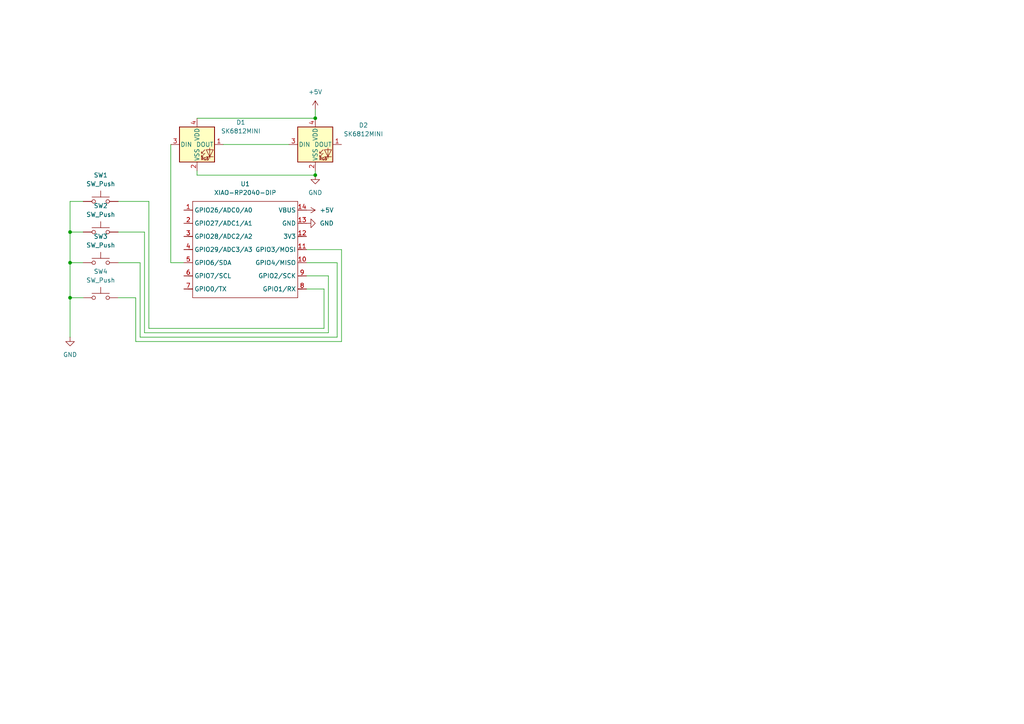
<source format=kicad_sch>
(kicad_sch
	(version 20250114)
	(generator "eeschema")
	(generator_version "9.0")
	(uuid "d9a4ffc4-cec7-48c4-86f8-a8a897b2a263")
	(paper "A4")
	(lib_symbols
		(symbol "LED:SK6812MINI"
			(pin_names
				(offset 0.254)
			)
			(exclude_from_sim no)
			(in_bom yes)
			(on_board yes)
			(property "Reference" "D"
				(at 5.08 5.715 0)
				(effects
					(font
						(size 1.27 1.27)
					)
					(justify right bottom)
				)
			)
			(property "Value" "SK6812MINI"
				(at 1.27 -5.715 0)
				(effects
					(font
						(size 1.27 1.27)
					)
					(justify left top)
				)
			)
			(property "Footprint" "LED_SMD:LED_SK6812MINI_PLCC4_3.5x3.5mm_P1.75mm"
				(at 1.27 -7.62 0)
				(effects
					(font
						(size 1.27 1.27)
					)
					(justify left top)
					(hide yes)
				)
			)
			(property "Datasheet" "https://cdn-shop.adafruit.com/product-files/2686/SK6812MINI_REV.01-1-2.pdf"
				(at 2.54 -9.525 0)
				(effects
					(font
						(size 1.27 1.27)
					)
					(justify left top)
					(hide yes)
				)
			)
			(property "Description" "RGB LED with integrated controller"
				(at 0 0 0)
				(effects
					(font
						(size 1.27 1.27)
					)
					(hide yes)
				)
			)
			(property "ki_keywords" "RGB LED NeoPixel Mini addressable"
				(at 0 0 0)
				(effects
					(font
						(size 1.27 1.27)
					)
					(hide yes)
				)
			)
			(property "ki_fp_filters" "LED*SK6812MINI*PLCC*3.5x3.5mm*P1.75mm*"
				(at 0 0 0)
				(effects
					(font
						(size 1.27 1.27)
					)
					(hide yes)
				)
			)
			(symbol "SK6812MINI_0_0"
				(text "RGB"
					(at 2.286 -4.191 0)
					(effects
						(font
							(size 0.762 0.762)
						)
					)
				)
			)
			(symbol "SK6812MINI_0_1"
				(polyline
					(pts
						(xy 1.27 -2.54) (xy 1.778 -2.54)
					)
					(stroke
						(width 0)
						(type default)
					)
					(fill
						(type none)
					)
				)
				(polyline
					(pts
						(xy 1.27 -3.556) (xy 1.778 -3.556)
					)
					(stroke
						(width 0)
						(type default)
					)
					(fill
						(type none)
					)
				)
				(polyline
					(pts
						(xy 2.286 -1.524) (xy 1.27 -2.54) (xy 1.27 -2.032)
					)
					(stroke
						(width 0)
						(type default)
					)
					(fill
						(type none)
					)
				)
				(polyline
					(pts
						(xy 2.286 -2.54) (xy 1.27 -3.556) (xy 1.27 -3.048)
					)
					(stroke
						(width 0)
						(type default)
					)
					(fill
						(type none)
					)
				)
				(polyline
					(pts
						(xy 3.683 -1.016) (xy 3.683 -3.556) (xy 3.683 -4.064)
					)
					(stroke
						(width 0)
						(type default)
					)
					(fill
						(type none)
					)
				)
				(polyline
					(pts
						(xy 4.699 -1.524) (xy 2.667 -1.524) (xy 3.683 -3.556) (xy 4.699 -1.524)
					)
					(stroke
						(width 0)
						(type default)
					)
					(fill
						(type none)
					)
				)
				(polyline
					(pts
						(xy 4.699 -3.556) (xy 2.667 -3.556)
					)
					(stroke
						(width 0)
						(type default)
					)
					(fill
						(type none)
					)
				)
				(rectangle
					(start 5.08 5.08)
					(end -5.08 -5.08)
					(stroke
						(width 0.254)
						(type default)
					)
					(fill
						(type background)
					)
				)
			)
			(symbol "SK6812MINI_1_1"
				(pin input line
					(at -7.62 0 0)
					(length 2.54)
					(name "DIN"
						(effects
							(font
								(size 1.27 1.27)
							)
						)
					)
					(number "3"
						(effects
							(font
								(size 1.27 1.27)
							)
						)
					)
				)
				(pin power_in line
					(at 0 7.62 270)
					(length 2.54)
					(name "VDD"
						(effects
							(font
								(size 1.27 1.27)
							)
						)
					)
					(number "4"
						(effects
							(font
								(size 1.27 1.27)
							)
						)
					)
				)
				(pin power_in line
					(at 0 -7.62 90)
					(length 2.54)
					(name "VSS"
						(effects
							(font
								(size 1.27 1.27)
							)
						)
					)
					(number "2"
						(effects
							(font
								(size 1.27 1.27)
							)
						)
					)
				)
				(pin output line
					(at 7.62 0 180)
					(length 2.54)
					(name "DOUT"
						(effects
							(font
								(size 1.27 1.27)
							)
						)
					)
					(number "1"
						(effects
							(font
								(size 1.27 1.27)
							)
						)
					)
				)
			)
			(embedded_fonts no)
		)
		(symbol "OPL Lib:XIAO-RP2040-DIP"
			(exclude_from_sim no)
			(in_bom yes)
			(on_board yes)
			(property "Reference" "U"
				(at 0 0 0)
				(effects
					(font
						(size 1.27 1.27)
					)
				)
			)
			(property "Value" "XIAO-RP2040-DIP"
				(at 5.334 -1.778 0)
				(effects
					(font
						(size 1.27 1.27)
					)
				)
			)
			(property "Footprint" "Module:MOUDLE14P-XIAO-DIP-SMD"
				(at 14.478 -32.258 0)
				(effects
					(font
						(size 1.27 1.27)
					)
					(hide yes)
				)
			)
			(property "Datasheet" ""
				(at 0 0 0)
				(effects
					(font
						(size 1.27 1.27)
					)
					(hide yes)
				)
			)
			(property "Description" ""
				(at 0 0 0)
				(effects
					(font
						(size 1.27 1.27)
					)
					(hide yes)
				)
			)
			(symbol "XIAO-RP2040-DIP_1_0"
				(polyline
					(pts
						(xy -1.27 -2.54) (xy 29.21 -2.54)
					)
					(stroke
						(width 0.1524)
						(type solid)
					)
					(fill
						(type none)
					)
				)
				(polyline
					(pts
						(xy -1.27 -5.08) (xy -2.54 -5.08)
					)
					(stroke
						(width 0.1524)
						(type solid)
					)
					(fill
						(type none)
					)
				)
				(polyline
					(pts
						(xy -1.27 -5.08) (xy -1.27 -2.54)
					)
					(stroke
						(width 0.1524)
						(type solid)
					)
					(fill
						(type none)
					)
				)
				(polyline
					(pts
						(xy -1.27 -8.89) (xy -2.54 -8.89)
					)
					(stroke
						(width 0.1524)
						(type solid)
					)
					(fill
						(type none)
					)
				)
				(polyline
					(pts
						(xy -1.27 -8.89) (xy -1.27 -5.08)
					)
					(stroke
						(width 0.1524)
						(type solid)
					)
					(fill
						(type none)
					)
				)
				(polyline
					(pts
						(xy -1.27 -12.7) (xy -2.54 -12.7)
					)
					(stroke
						(width 0.1524)
						(type solid)
					)
					(fill
						(type none)
					)
				)
				(polyline
					(pts
						(xy -1.27 -12.7) (xy -1.27 -8.89)
					)
					(stroke
						(width 0.1524)
						(type solid)
					)
					(fill
						(type none)
					)
				)
				(polyline
					(pts
						(xy -1.27 -16.51) (xy -2.54 -16.51)
					)
					(stroke
						(width 0.1524)
						(type solid)
					)
					(fill
						(type none)
					)
				)
				(polyline
					(pts
						(xy -1.27 -16.51) (xy -1.27 -12.7)
					)
					(stroke
						(width 0.1524)
						(type solid)
					)
					(fill
						(type none)
					)
				)
				(polyline
					(pts
						(xy -1.27 -20.32) (xy -2.54 -20.32)
					)
					(stroke
						(width 0.1524)
						(type solid)
					)
					(fill
						(type none)
					)
				)
				(polyline
					(pts
						(xy -1.27 -24.13) (xy -2.54 -24.13)
					)
					(stroke
						(width 0.1524)
						(type solid)
					)
					(fill
						(type none)
					)
				)
				(polyline
					(pts
						(xy -1.27 -27.94) (xy -2.54 -27.94)
					)
					(stroke
						(width 0.1524)
						(type solid)
					)
					(fill
						(type none)
					)
				)
				(polyline
					(pts
						(xy -1.27 -30.48) (xy -1.27 -16.51)
					)
					(stroke
						(width 0.1524)
						(type solid)
					)
					(fill
						(type none)
					)
				)
				(polyline
					(pts
						(xy 29.21 -2.54) (xy 29.21 -5.08)
					)
					(stroke
						(width 0.1524)
						(type solid)
					)
					(fill
						(type none)
					)
				)
				(polyline
					(pts
						(xy 29.21 -5.08) (xy 29.21 -8.89)
					)
					(stroke
						(width 0.1524)
						(type solid)
					)
					(fill
						(type none)
					)
				)
				(polyline
					(pts
						(xy 29.21 -8.89) (xy 29.21 -12.7)
					)
					(stroke
						(width 0.1524)
						(type solid)
					)
					(fill
						(type none)
					)
				)
				(polyline
					(pts
						(xy 29.21 -12.7) (xy 29.21 -30.48)
					)
					(stroke
						(width 0.1524)
						(type solid)
					)
					(fill
						(type none)
					)
				)
				(polyline
					(pts
						(xy 29.21 -30.48) (xy -1.27 -30.48)
					)
					(stroke
						(width 0.1524)
						(type solid)
					)
					(fill
						(type none)
					)
				)
				(polyline
					(pts
						(xy 30.48 -5.08) (xy 29.21 -5.08)
					)
					(stroke
						(width 0.1524)
						(type solid)
					)
					(fill
						(type none)
					)
				)
				(polyline
					(pts
						(xy 30.48 -8.89) (xy 29.21 -8.89)
					)
					(stroke
						(width 0.1524)
						(type solid)
					)
					(fill
						(type none)
					)
				)
				(polyline
					(pts
						(xy 30.48 -12.7) (xy 29.21 -12.7)
					)
					(stroke
						(width 0.1524)
						(type solid)
					)
					(fill
						(type none)
					)
				)
				(polyline
					(pts
						(xy 30.48 -16.51) (xy 29.21 -16.51)
					)
					(stroke
						(width 0.1524)
						(type solid)
					)
					(fill
						(type none)
					)
				)
				(polyline
					(pts
						(xy 30.48 -20.32) (xy 29.21 -20.32)
					)
					(stroke
						(width 0.1524)
						(type solid)
					)
					(fill
						(type none)
					)
				)
				(polyline
					(pts
						(xy 30.48 -24.13) (xy 29.21 -24.13)
					)
					(stroke
						(width 0.1524)
						(type solid)
					)
					(fill
						(type none)
					)
				)
				(polyline
					(pts
						(xy 30.48 -27.94) (xy 29.21 -27.94)
					)
					(stroke
						(width 0.1524)
						(type solid)
					)
					(fill
						(type none)
					)
				)
				(pin passive line
					(at -3.81 -5.08 0)
					(length 2.54)
					(name "GPIO26/ADC0/A0"
						(effects
							(font
								(size 1.27 1.27)
							)
						)
					)
					(number "1"
						(effects
							(font
								(size 1.27 1.27)
							)
						)
					)
				)
				(pin passive line
					(at -3.81 -8.89 0)
					(length 2.54)
					(name "GPIO27/ADC1/A1"
						(effects
							(font
								(size 1.27 1.27)
							)
						)
					)
					(number "2"
						(effects
							(font
								(size 1.27 1.27)
							)
						)
					)
				)
				(pin passive line
					(at -3.81 -12.7 0)
					(length 2.54)
					(name "GPIO28/ADC2/A2"
						(effects
							(font
								(size 1.27 1.27)
							)
						)
					)
					(number "3"
						(effects
							(font
								(size 1.27 1.27)
							)
						)
					)
				)
				(pin passive line
					(at -3.81 -16.51 0)
					(length 2.54)
					(name "GPIO29/ADC3/A3"
						(effects
							(font
								(size 1.27 1.27)
							)
						)
					)
					(number "4"
						(effects
							(font
								(size 1.27 1.27)
							)
						)
					)
				)
				(pin passive line
					(at -3.81 -20.32 0)
					(length 2.54)
					(name "GPIO6/SDA"
						(effects
							(font
								(size 1.27 1.27)
							)
						)
					)
					(number "5"
						(effects
							(font
								(size 1.27 1.27)
							)
						)
					)
				)
				(pin passive line
					(at -3.81 -24.13 0)
					(length 2.54)
					(name "GPIO7/SCL"
						(effects
							(font
								(size 1.27 1.27)
							)
						)
					)
					(number "6"
						(effects
							(font
								(size 1.27 1.27)
							)
						)
					)
				)
				(pin passive line
					(at -3.81 -27.94 0)
					(length 2.54)
					(name "GPIO0/TX"
						(effects
							(font
								(size 1.27 1.27)
							)
						)
					)
					(number "7"
						(effects
							(font
								(size 1.27 1.27)
							)
						)
					)
				)
				(pin passive line
					(at 31.75 -5.08 180)
					(length 2.54)
					(name "VBUS"
						(effects
							(font
								(size 1.27 1.27)
							)
						)
					)
					(number "14"
						(effects
							(font
								(size 1.27 1.27)
							)
						)
					)
				)
				(pin passive line
					(at 31.75 -8.89 180)
					(length 2.54)
					(name "GND"
						(effects
							(font
								(size 1.27 1.27)
							)
						)
					)
					(number "13"
						(effects
							(font
								(size 1.27 1.27)
							)
						)
					)
				)
				(pin passive line
					(at 31.75 -12.7 180)
					(length 2.54)
					(name "3V3"
						(effects
							(font
								(size 1.27 1.27)
							)
						)
					)
					(number "12"
						(effects
							(font
								(size 1.27 1.27)
							)
						)
					)
				)
				(pin passive line
					(at 31.75 -16.51 180)
					(length 2.54)
					(name "GPIO3/MOSI"
						(effects
							(font
								(size 1.27 1.27)
							)
						)
					)
					(number "11"
						(effects
							(font
								(size 1.27 1.27)
							)
						)
					)
				)
				(pin passive line
					(at 31.75 -20.32 180)
					(length 2.54)
					(name "GPIO4/MISO"
						(effects
							(font
								(size 1.27 1.27)
							)
						)
					)
					(number "10"
						(effects
							(font
								(size 1.27 1.27)
							)
						)
					)
				)
				(pin passive line
					(at 31.75 -24.13 180)
					(length 2.54)
					(name "GPIO2/SCK"
						(effects
							(font
								(size 1.27 1.27)
							)
						)
					)
					(number "9"
						(effects
							(font
								(size 1.27 1.27)
							)
						)
					)
				)
				(pin passive line
					(at 31.75 -27.94 180)
					(length 2.54)
					(name "GPIO1/RX"
						(effects
							(font
								(size 1.27 1.27)
							)
						)
					)
					(number "8"
						(effects
							(font
								(size 1.27 1.27)
							)
						)
					)
				)
			)
			(embedded_fonts no)
		)
		(symbol "Switch:SW_Push"
			(pin_numbers
				(hide yes)
			)
			(pin_names
				(offset 1.016)
				(hide yes)
			)
			(exclude_from_sim no)
			(in_bom yes)
			(on_board yes)
			(property "Reference" "SW"
				(at 1.27 2.54 0)
				(effects
					(font
						(size 1.27 1.27)
					)
					(justify left)
				)
			)
			(property "Value" "SW_Push"
				(at 0 -1.524 0)
				(effects
					(font
						(size 1.27 1.27)
					)
				)
			)
			(property "Footprint" ""
				(at 0 5.08 0)
				(effects
					(font
						(size 1.27 1.27)
					)
					(hide yes)
				)
			)
			(property "Datasheet" "~"
				(at 0 5.08 0)
				(effects
					(font
						(size 1.27 1.27)
					)
					(hide yes)
				)
			)
			(property "Description" "Push button switch, generic, two pins"
				(at 0 0 0)
				(effects
					(font
						(size 1.27 1.27)
					)
					(hide yes)
				)
			)
			(property "ki_keywords" "switch normally-open pushbutton push-button"
				(at 0 0 0)
				(effects
					(font
						(size 1.27 1.27)
					)
					(hide yes)
				)
			)
			(symbol "SW_Push_0_1"
				(circle
					(center -2.032 0)
					(radius 0.508)
					(stroke
						(width 0)
						(type default)
					)
					(fill
						(type none)
					)
				)
				(polyline
					(pts
						(xy 0 1.27) (xy 0 3.048)
					)
					(stroke
						(width 0)
						(type default)
					)
					(fill
						(type none)
					)
				)
				(circle
					(center 2.032 0)
					(radius 0.508)
					(stroke
						(width 0)
						(type default)
					)
					(fill
						(type none)
					)
				)
				(polyline
					(pts
						(xy 2.54 1.27) (xy -2.54 1.27)
					)
					(stroke
						(width 0)
						(type default)
					)
					(fill
						(type none)
					)
				)
				(pin passive line
					(at -5.08 0 0)
					(length 2.54)
					(name "1"
						(effects
							(font
								(size 1.27 1.27)
							)
						)
					)
					(number "1"
						(effects
							(font
								(size 1.27 1.27)
							)
						)
					)
				)
				(pin passive line
					(at 5.08 0 180)
					(length 2.54)
					(name "2"
						(effects
							(font
								(size 1.27 1.27)
							)
						)
					)
					(number "2"
						(effects
							(font
								(size 1.27 1.27)
							)
						)
					)
				)
			)
			(embedded_fonts no)
		)
		(symbol "power:+5V"
			(power)
			(pin_numbers
				(hide yes)
			)
			(pin_names
				(offset 0)
				(hide yes)
			)
			(exclude_from_sim no)
			(in_bom yes)
			(on_board yes)
			(property "Reference" "#PWR"
				(at 0 -3.81 0)
				(effects
					(font
						(size 1.27 1.27)
					)
					(hide yes)
				)
			)
			(property "Value" "+5V"
				(at 0 3.556 0)
				(effects
					(font
						(size 1.27 1.27)
					)
				)
			)
			(property "Footprint" ""
				(at 0 0 0)
				(effects
					(font
						(size 1.27 1.27)
					)
					(hide yes)
				)
			)
			(property "Datasheet" ""
				(at 0 0 0)
				(effects
					(font
						(size 1.27 1.27)
					)
					(hide yes)
				)
			)
			(property "Description" "Power symbol creates a global label with name \"+5V\""
				(at 0 0 0)
				(effects
					(font
						(size 1.27 1.27)
					)
					(hide yes)
				)
			)
			(property "ki_keywords" "global power"
				(at 0 0 0)
				(effects
					(font
						(size 1.27 1.27)
					)
					(hide yes)
				)
			)
			(symbol "+5V_0_1"
				(polyline
					(pts
						(xy -0.762 1.27) (xy 0 2.54)
					)
					(stroke
						(width 0)
						(type default)
					)
					(fill
						(type none)
					)
				)
				(polyline
					(pts
						(xy 0 2.54) (xy 0.762 1.27)
					)
					(stroke
						(width 0)
						(type default)
					)
					(fill
						(type none)
					)
				)
				(polyline
					(pts
						(xy 0 0) (xy 0 2.54)
					)
					(stroke
						(width 0)
						(type default)
					)
					(fill
						(type none)
					)
				)
			)
			(symbol "+5V_1_1"
				(pin power_in line
					(at 0 0 90)
					(length 0)
					(name "~"
						(effects
							(font
								(size 1.27 1.27)
							)
						)
					)
					(number "1"
						(effects
							(font
								(size 1.27 1.27)
							)
						)
					)
				)
			)
			(embedded_fonts no)
		)
		(symbol "power:GND"
			(power)
			(pin_numbers
				(hide yes)
			)
			(pin_names
				(offset 0)
				(hide yes)
			)
			(exclude_from_sim no)
			(in_bom yes)
			(on_board yes)
			(property "Reference" "#PWR"
				(at 0 -6.35 0)
				(effects
					(font
						(size 1.27 1.27)
					)
					(hide yes)
				)
			)
			(property "Value" "GND"
				(at 0 -3.81 0)
				(effects
					(font
						(size 1.27 1.27)
					)
				)
			)
			(property "Footprint" ""
				(at 0 0 0)
				(effects
					(font
						(size 1.27 1.27)
					)
					(hide yes)
				)
			)
			(property "Datasheet" ""
				(at 0 0 0)
				(effects
					(font
						(size 1.27 1.27)
					)
					(hide yes)
				)
			)
			(property "Description" "Power symbol creates a global label with name \"GND\" , ground"
				(at 0 0 0)
				(effects
					(font
						(size 1.27 1.27)
					)
					(hide yes)
				)
			)
			(property "ki_keywords" "global power"
				(at 0 0 0)
				(effects
					(font
						(size 1.27 1.27)
					)
					(hide yes)
				)
			)
			(symbol "GND_0_1"
				(polyline
					(pts
						(xy 0 0) (xy 0 -1.27) (xy 1.27 -1.27) (xy 0 -2.54) (xy -1.27 -1.27) (xy 0 -1.27)
					)
					(stroke
						(width 0)
						(type default)
					)
					(fill
						(type none)
					)
				)
			)
			(symbol "GND_1_1"
				(pin power_in line
					(at 0 0 270)
					(length 0)
					(name "~"
						(effects
							(font
								(size 1.27 1.27)
							)
						)
					)
					(number "1"
						(effects
							(font
								(size 1.27 1.27)
							)
						)
					)
				)
			)
			(embedded_fonts no)
		)
	)
	(junction
		(at 20.32 76.2)
		(diameter 0)
		(color 0 0 0 0)
		(uuid "04c41038-830d-4b4f-9843-78e4060490a3")
	)
	(junction
		(at 20.32 86.36)
		(diameter 0)
		(color 0 0 0 0)
		(uuid "08097af4-128a-4091-91e5-85e6d019c824")
	)
	(junction
		(at 91.44 34.29)
		(diameter 0)
		(color 0 0 0 0)
		(uuid "251fd324-5fca-4b73-bdd0-7f3abdfe2491")
	)
	(junction
		(at 91.44 50.8)
		(diameter 0)
		(color 0 0 0 0)
		(uuid "d6f14026-0a82-41ef-a7dc-60d029c1e517")
	)
	(junction
		(at 20.32 67.31)
		(diameter 0)
		(color 0 0 0 0)
		(uuid "d762b19d-1a8d-4150-87a7-9c0672886974")
	)
	(wire
		(pts
			(xy 34.29 67.31) (xy 41.91 67.31)
		)
		(stroke
			(width 0)
			(type default)
		)
		(uuid "00bbd54b-115b-48f6-b1d6-d47f91c741c9")
	)
	(wire
		(pts
			(xy 41.91 67.31) (xy 41.91 96.52)
		)
		(stroke
			(width 0)
			(type default)
		)
		(uuid "0d95cef1-df64-4121-9402-2008a44a474c")
	)
	(wire
		(pts
			(xy 24.13 58.42) (xy 20.32 58.42)
		)
		(stroke
			(width 0)
			(type default)
		)
		(uuid "1168fddd-d68c-4696-9a00-afe6f6b088c4")
	)
	(wire
		(pts
			(xy 24.13 76.2) (xy 20.32 76.2)
		)
		(stroke
			(width 0)
			(type default)
		)
		(uuid "11bf3a95-ce21-421e-b468-d7431824e229")
	)
	(wire
		(pts
			(xy 91.44 50.8) (xy 57.15 50.8)
		)
		(stroke
			(width 0)
			(type default)
		)
		(uuid "15bb69f9-d1f1-4800-825a-2b8910f46592")
	)
	(wire
		(pts
			(xy 20.32 67.31) (xy 20.32 76.2)
		)
		(stroke
			(width 0)
			(type default)
		)
		(uuid "1a9ebc9b-ecc9-4b8f-8073-f1ba7b7cc593")
	)
	(wire
		(pts
			(xy 99.06 99.06) (xy 99.06 72.39)
		)
		(stroke
			(width 0)
			(type default)
		)
		(uuid "249bfc22-a54f-4ede-96bb-e6af86df72a8")
	)
	(wire
		(pts
			(xy 49.53 41.91) (xy 49.53 76.2)
		)
		(stroke
			(width 0)
			(type default)
		)
		(uuid "36ab03cd-171e-40be-9f91-9c80ef4529e9")
	)
	(wire
		(pts
			(xy 91.44 31.75) (xy 91.44 34.29)
		)
		(stroke
			(width 0)
			(type default)
		)
		(uuid "5a4481b4-fb52-4616-82e7-fd5eb742bf0c")
	)
	(wire
		(pts
			(xy 93.98 95.25) (xy 93.98 83.82)
		)
		(stroke
			(width 0)
			(type default)
		)
		(uuid "5f9bcddb-e503-43f3-af4a-869b3113175c")
	)
	(wire
		(pts
			(xy 91.44 49.53) (xy 91.44 50.8)
		)
		(stroke
			(width 0)
			(type default)
		)
		(uuid "63aab3ec-2a07-405a-9a35-754b359c5214")
	)
	(wire
		(pts
			(xy 97.79 97.79) (xy 97.79 76.2)
		)
		(stroke
			(width 0)
			(type default)
		)
		(uuid "66986f4d-1ab7-4d1b-b827-36f108ccd791")
	)
	(wire
		(pts
			(xy 43.18 95.25) (xy 93.98 95.25)
		)
		(stroke
			(width 0)
			(type default)
		)
		(uuid "6841c64a-1fe5-4add-b331-176c6c40df0d")
	)
	(wire
		(pts
			(xy 34.29 76.2) (xy 40.64 76.2)
		)
		(stroke
			(width 0)
			(type default)
		)
		(uuid "69a5d061-672a-44db-a7ba-c435ccd96849")
	)
	(wire
		(pts
			(xy 39.37 99.06) (xy 99.06 99.06)
		)
		(stroke
			(width 0)
			(type default)
		)
		(uuid "6cd6b75e-0e2a-432e-b8ff-f4f5da38b205")
	)
	(wire
		(pts
			(xy 43.18 58.42) (xy 34.29 58.42)
		)
		(stroke
			(width 0)
			(type default)
		)
		(uuid "75a78fa4-5ab6-414b-ae53-ca2d878a3ba0")
	)
	(wire
		(pts
			(xy 95.25 96.52) (xy 95.25 80.01)
		)
		(stroke
			(width 0)
			(type default)
		)
		(uuid "7e33ba1b-c4bc-45ee-84b0-d2528a4f32ab")
	)
	(wire
		(pts
			(xy 20.32 76.2) (xy 20.32 86.36)
		)
		(stroke
			(width 0)
			(type default)
		)
		(uuid "8519336e-5d37-4057-b15d-8d474b135fd0")
	)
	(wire
		(pts
			(xy 88.9 80.01) (xy 95.25 80.01)
		)
		(stroke
			(width 0)
			(type default)
		)
		(uuid "852f71ee-e21c-4616-8397-2415861e8765")
	)
	(wire
		(pts
			(xy 20.32 58.42) (xy 20.32 67.31)
		)
		(stroke
			(width 0)
			(type default)
		)
		(uuid "86d127e9-21a7-4c3b-ab1f-0a4e9b1dd8f5")
	)
	(wire
		(pts
			(xy 24.13 67.31) (xy 20.32 67.31)
		)
		(stroke
			(width 0)
			(type default)
		)
		(uuid "86f26cc7-5f84-4b3c-9482-674a1e0141de")
	)
	(wire
		(pts
			(xy 40.64 97.79) (xy 97.79 97.79)
		)
		(stroke
			(width 0)
			(type default)
		)
		(uuid "8b674a2f-be70-4922-9d5a-9c8d569bf66d")
	)
	(wire
		(pts
			(xy 57.15 50.8) (xy 57.15 49.53)
		)
		(stroke
			(width 0)
			(type default)
		)
		(uuid "93a4e93d-1a7d-477f-9b6f-db7b8348706a")
	)
	(wire
		(pts
			(xy 49.53 76.2) (xy 53.34 76.2)
		)
		(stroke
			(width 0)
			(type default)
		)
		(uuid "96120079-511d-44c1-9117-5154e031aaf6")
	)
	(wire
		(pts
			(xy 88.9 72.39) (xy 99.06 72.39)
		)
		(stroke
			(width 0)
			(type default)
		)
		(uuid "96ed44f8-5a7b-4175-b088-ee47b6139e2b")
	)
	(wire
		(pts
			(xy 34.29 86.36) (xy 39.37 86.36)
		)
		(stroke
			(width 0)
			(type default)
		)
		(uuid "97eb4396-fc4d-4cf9-acc8-8399c1d790c3")
	)
	(wire
		(pts
			(xy 24.13 86.36) (xy 20.32 86.36)
		)
		(stroke
			(width 0)
			(type default)
		)
		(uuid "a002fc1b-8244-4ccd-a5d8-887c8f64c417")
	)
	(wire
		(pts
			(xy 39.37 86.36) (xy 39.37 99.06)
		)
		(stroke
			(width 0)
			(type default)
		)
		(uuid "c66d6d74-7f01-4cfb-9071-d7e14e7c31ff")
	)
	(wire
		(pts
			(xy 41.91 96.52) (xy 95.25 96.52)
		)
		(stroke
			(width 0)
			(type default)
		)
		(uuid "d2b94766-20e5-49a5-85e4-dbc5bc995dd7")
	)
	(wire
		(pts
			(xy 40.64 76.2) (xy 40.64 97.79)
		)
		(stroke
			(width 0)
			(type default)
		)
		(uuid "e1ec4821-34d7-4edd-bae6-f7e451cc2171")
	)
	(wire
		(pts
			(xy 43.18 58.42) (xy 43.18 95.25)
		)
		(stroke
			(width 0)
			(type default)
		)
		(uuid "e66fc954-b2ac-40ca-a32d-91662c0f3284")
	)
	(wire
		(pts
			(xy 64.77 41.91) (xy 83.82 41.91)
		)
		(stroke
			(width 0)
			(type default)
		)
		(uuid "eedcd8d0-45e7-4c03-b482-bc7527dcb7e1")
	)
	(wire
		(pts
			(xy 57.15 34.29) (xy 91.44 34.29)
		)
		(stroke
			(width 0)
			(type default)
		)
		(uuid "ef398f72-d90c-4a64-94c2-7dd886fe0666")
	)
	(wire
		(pts
			(xy 97.79 76.2) (xy 88.9 76.2)
		)
		(stroke
			(width 0)
			(type default)
		)
		(uuid "f2afe9ee-3b04-45a4-92ab-22ab61138ab1")
	)
	(wire
		(pts
			(xy 93.98 83.82) (xy 88.9 83.82)
		)
		(stroke
			(width 0)
			(type default)
		)
		(uuid "fd0cb08c-2b77-465b-a695-4bc08927db01")
	)
	(wire
		(pts
			(xy 20.32 86.36) (xy 20.32 97.79)
		)
		(stroke
			(width 0)
			(type default)
		)
		(uuid "ff3cb79c-d206-4b8a-ab40-c7b95e72e1c3")
	)
	(symbol
		(lib_id "LED:SK6812MINI")
		(at 91.44 41.91 0)
		(unit 1)
		(exclude_from_sim no)
		(in_bom yes)
		(on_board yes)
		(dnp no)
		(uuid "0dacde7e-2708-4088-a230-b870b5653661")
		(property "Reference" "D2"
			(at 105.41 36.322 0)
			(effects
				(font
					(size 1.27 1.27)
				)
			)
		)
		(property "Value" "SK6812MINI"
			(at 105.41 38.862 0)
			(effects
				(font
					(size 1.27 1.27)
				)
			)
		)
		(property "Footprint" "LED_SMD:LED_SK6812MINI_PLCC4_3.5x3.5mm_P1.75mm"
			(at 92.71 49.53 0)
			(effects
				(font
					(size 1.27 1.27)
				)
				(justify left top)
				(hide yes)
			)
		)
		(property "Datasheet" "https://cdn-shop.adafruit.com/product-files/2686/SK6812MINI_REV.01-1-2.pdf"
			(at 93.98 51.435 0)
			(effects
				(font
					(size 1.27 1.27)
				)
				(justify left top)
				(hide yes)
			)
		)
		(property "Description" "RGB LED with integrated controller"
			(at 91.44 41.91 0)
			(effects
				(font
					(size 1.27 1.27)
				)
				(hide yes)
			)
		)
		(pin "1"
			(uuid "a7c64b56-0299-4a60-8393-e348ed92c2a2")
		)
		(pin "3"
			(uuid "b06e7026-e568-4411-8eca-09d137c6b533")
		)
		(pin "4"
			(uuid "f31ed0ea-0b31-4751-9974-8d4386bb3d93")
		)
		(pin "2"
			(uuid "67ad94a2-778a-4f50-beab-473c3b145fa6")
		)
		(instances
			(project ""
				(path "/d9a4ffc4-cec7-48c4-86f8-a8a897b2a263"
					(reference "D2")
					(unit 1)
				)
			)
		)
	)
	(symbol
		(lib_id "Switch:SW_Push")
		(at 29.21 58.42 0)
		(unit 1)
		(exclude_from_sim no)
		(in_bom yes)
		(on_board yes)
		(dnp no)
		(fields_autoplaced yes)
		(uuid "28a69e75-9973-41bb-8eee-480c7642d106")
		(property "Reference" "SW1"
			(at 29.21 50.8 0)
			(effects
				(font
					(size 1.27 1.27)
				)
			)
		)
		(property "Value" "SW_Push"
			(at 29.21 53.34 0)
			(effects
				(font
					(size 1.27 1.27)
				)
			)
		)
		(property "Footprint" "Button_Switch_Keyboard:SW_Cherry_MX_1.00u_PCB"
			(at 29.21 53.34 0)
			(effects
				(font
					(size 1.27 1.27)
				)
				(hide yes)
			)
		)
		(property "Datasheet" "~"
			(at 29.21 53.34 0)
			(effects
				(font
					(size 1.27 1.27)
				)
				(hide yes)
			)
		)
		(property "Description" "Push button switch, generic, two pins"
			(at 29.21 58.42 0)
			(effects
				(font
					(size 1.27 1.27)
				)
				(hide yes)
			)
		)
		(pin "1"
			(uuid "71d958de-39aa-4ba7-bd0c-8f8ce4a32688")
		)
		(pin "2"
			(uuid "5f46d0d3-3b0e-47de-b47d-3abd33082f08")
		)
		(instances
			(project ""
				(path "/d9a4ffc4-cec7-48c4-86f8-a8a897b2a263"
					(reference "SW1")
					(unit 1)
				)
			)
		)
	)
	(symbol
		(lib_id "Switch:SW_Push")
		(at 29.21 86.36 0)
		(unit 1)
		(exclude_from_sim no)
		(in_bom yes)
		(on_board yes)
		(dnp no)
		(fields_autoplaced yes)
		(uuid "58c87338-23ba-4374-b72b-ea113785054c")
		(property "Reference" "SW4"
			(at 29.21 78.74 0)
			(effects
				(font
					(size 1.27 1.27)
				)
			)
		)
		(property "Value" "SW_Push"
			(at 29.21 81.28 0)
			(effects
				(font
					(size 1.27 1.27)
				)
			)
		)
		(property "Footprint" "Button_Switch_Keyboard:SW_Cherry_MX_1.00u_PCB"
			(at 29.21 81.28 0)
			(effects
				(font
					(size 1.27 1.27)
				)
				(hide yes)
			)
		)
		(property "Datasheet" "~"
			(at 29.21 81.28 0)
			(effects
				(font
					(size 1.27 1.27)
				)
				(hide yes)
			)
		)
		(property "Description" "Push button switch, generic, two pins"
			(at 29.21 86.36 0)
			(effects
				(font
					(size 1.27 1.27)
				)
				(hide yes)
			)
		)
		(pin "2"
			(uuid "6b5e776b-4bfd-415e-83f7-fceeaa0419c5")
		)
		(pin "1"
			(uuid "118f7d50-54df-467a-a4b3-2bcfe1eca7ac")
		)
		(instances
			(project ""
				(path "/d9a4ffc4-cec7-48c4-86f8-a8a897b2a263"
					(reference "SW4")
					(unit 1)
				)
			)
		)
	)
	(symbol
		(lib_id "power:GND")
		(at 20.32 97.79 0)
		(unit 1)
		(exclude_from_sim no)
		(in_bom yes)
		(on_board yes)
		(dnp no)
		(fields_autoplaced yes)
		(uuid "62c034b9-505f-4163-8640-2cc2d4c14524")
		(property "Reference" "#PWR01"
			(at 20.32 104.14 0)
			(effects
				(font
					(size 1.27 1.27)
				)
				(hide yes)
			)
		)
		(property "Value" "GND"
			(at 20.32 102.87 0)
			(effects
				(font
					(size 1.27 1.27)
				)
			)
		)
		(property "Footprint" ""
			(at 20.32 97.79 0)
			(effects
				(font
					(size 1.27 1.27)
				)
				(hide yes)
			)
		)
		(property "Datasheet" ""
			(at 20.32 97.79 0)
			(effects
				(font
					(size 1.27 1.27)
				)
				(hide yes)
			)
		)
		(property "Description" "Power symbol creates a global label with name \"GND\" , ground"
			(at 20.32 97.79 0)
			(effects
				(font
					(size 1.27 1.27)
				)
				(hide yes)
			)
		)
		(pin "1"
			(uuid "7a4f5cc4-01bf-48a4-a9e9-d7ae29117a68")
		)
		(instances
			(project ""
				(path "/d9a4ffc4-cec7-48c4-86f8-a8a897b2a263"
					(reference "#PWR01")
					(unit 1)
				)
			)
		)
	)
	(symbol
		(lib_id "OPL Lib:XIAO-RP2040-DIP")
		(at 57.15 55.88 0)
		(unit 1)
		(exclude_from_sim no)
		(in_bom yes)
		(on_board yes)
		(dnp no)
		(fields_autoplaced yes)
		(uuid "6edec422-ca34-403d-a30f-9a96586928da")
		(property "Reference" "U1"
			(at 71.12 53.34 0)
			(effects
				(font
					(size 1.27 1.27)
				)
			)
		)
		(property "Value" "XIAO-RP2040-DIP"
			(at 71.12 55.88 0)
			(effects
				(font
					(size 1.27 1.27)
				)
			)
		)
		(property "Footprint" "OPL Lib:XIAO-RP2040-DIP"
			(at 71.628 88.138 0)
			(effects
				(font
					(size 1.27 1.27)
				)
				(hide yes)
			)
		)
		(property "Datasheet" ""
			(at 57.15 55.88 0)
			(effects
				(font
					(size 1.27 1.27)
				)
				(hide yes)
			)
		)
		(property "Description" ""
			(at 57.15 55.88 0)
			(effects
				(font
					(size 1.27 1.27)
				)
				(hide yes)
			)
		)
		(pin "14"
			(uuid "0bafb061-7115-4b18-802e-f0481cd1b444")
		)
		(pin "7"
			(uuid "4d044678-ac7e-45ef-89fe-dbf79341d0ff")
		)
		(pin "6"
			(uuid "c36ffc6e-29b5-4c9d-a783-75242c5aba03")
		)
		(pin "3"
			(uuid "cf6b1b0f-1b09-4375-a8cc-5c01722b522e")
		)
		(pin "4"
			(uuid "25d286c2-8ec6-4132-b50b-55afd7dd8bfb")
		)
		(pin "11"
			(uuid "d818b90a-d729-4319-88bf-a3f1877aa5dd")
		)
		(pin "5"
			(uuid "456a7d84-0a76-464b-97a4-7fd40f429c13")
		)
		(pin "9"
			(uuid "07d9046e-2947-40ae-9fed-fc211adada72")
		)
		(pin "10"
			(uuid "2ae70a75-bbbd-4cc0-88ac-a869e2450fae")
		)
		(pin "12"
			(uuid "8aebaf7d-6aa6-4cc4-bb0b-2e9663160ead")
		)
		(pin "13"
			(uuid "af554998-5842-4657-8b05-a5fc2a98cc39")
		)
		(pin "1"
			(uuid "cc58d1ff-562f-4c71-ae60-2440fbf35f0d")
		)
		(pin "2"
			(uuid "9aa2024d-9fbf-42d9-b99c-237d9c29dd6a")
		)
		(pin "8"
			(uuid "ca97c525-88d7-4124-8682-5683c0992820")
		)
		(instances
			(project ""
				(path "/d9a4ffc4-cec7-48c4-86f8-a8a897b2a263"
					(reference "U1")
					(unit 1)
				)
			)
		)
	)
	(symbol
		(lib_id "power:+5V")
		(at 88.9 60.96 270)
		(unit 1)
		(exclude_from_sim no)
		(in_bom yes)
		(on_board yes)
		(dnp no)
		(fields_autoplaced yes)
		(uuid "7fd302ec-96a8-4323-b276-fe580ae81498")
		(property "Reference" "#PWR04"
			(at 85.09 60.96 0)
			(effects
				(font
					(size 1.27 1.27)
				)
				(hide yes)
			)
		)
		(property "Value" "+5V"
			(at 92.71 60.9599 90)
			(effects
				(font
					(size 1.27 1.27)
				)
				(justify left)
			)
		)
		(property "Footprint" ""
			(at 88.9 60.96 0)
			(effects
				(font
					(size 1.27 1.27)
				)
				(hide yes)
			)
		)
		(property "Datasheet" ""
			(at 88.9 60.96 0)
			(effects
				(font
					(size 1.27 1.27)
				)
				(hide yes)
			)
		)
		(property "Description" "Power symbol creates a global label with name \"+5V\""
			(at 88.9 60.96 0)
			(effects
				(font
					(size 1.27 1.27)
				)
				(hide yes)
			)
		)
		(pin "1"
			(uuid "dd045021-0fd8-4c63-96a8-01249812950e")
		)
		(instances
			(project ""
				(path "/d9a4ffc4-cec7-48c4-86f8-a8a897b2a263"
					(reference "#PWR04")
					(unit 1)
				)
			)
		)
	)
	(symbol
		(lib_id "power:GND")
		(at 88.9 64.77 90)
		(unit 1)
		(exclude_from_sim no)
		(in_bom yes)
		(on_board yes)
		(dnp no)
		(fields_autoplaced yes)
		(uuid "9fc2fe3d-eadf-4a7c-bcde-5ebca2647377")
		(property "Reference" "#PWR05"
			(at 95.25 64.77 0)
			(effects
				(font
					(size 1.27 1.27)
				)
				(hide yes)
			)
		)
		(property "Value" "GND"
			(at 92.71 64.7699 90)
			(effects
				(font
					(size 1.27 1.27)
				)
				(justify right)
			)
		)
		(property "Footprint" ""
			(at 88.9 64.77 0)
			(effects
				(font
					(size 1.27 1.27)
				)
				(hide yes)
			)
		)
		(property "Datasheet" ""
			(at 88.9 64.77 0)
			(effects
				(font
					(size 1.27 1.27)
				)
				(hide yes)
			)
		)
		(property "Description" "Power symbol creates a global label with name \"GND\" , ground"
			(at 88.9 64.77 0)
			(effects
				(font
					(size 1.27 1.27)
				)
				(hide yes)
			)
		)
		(pin "1"
			(uuid "f05546ff-6697-441e-bd8a-233690cb772d")
		)
		(instances
			(project ""
				(path "/d9a4ffc4-cec7-48c4-86f8-a8a897b2a263"
					(reference "#PWR05")
					(unit 1)
				)
			)
		)
	)
	(symbol
		(lib_id "Switch:SW_Push")
		(at 29.21 67.31 0)
		(unit 1)
		(exclude_from_sim no)
		(in_bom yes)
		(on_board yes)
		(dnp no)
		(fields_autoplaced yes)
		(uuid "ae9ffb59-c41e-4c33-8fe6-7e5fd4c2d46d")
		(property "Reference" "SW2"
			(at 29.21 59.69 0)
			(effects
				(font
					(size 1.27 1.27)
				)
			)
		)
		(property "Value" "SW_Push"
			(at 29.21 62.23 0)
			(effects
				(font
					(size 1.27 1.27)
				)
			)
		)
		(property "Footprint" "Button_Switch_Keyboard:SW_Cherry_MX_1.00u_PCB"
			(at 29.21 62.23 0)
			(effects
				(font
					(size 1.27 1.27)
				)
				(hide yes)
			)
		)
		(property "Datasheet" "~"
			(at 29.21 62.23 0)
			(effects
				(font
					(size 1.27 1.27)
				)
				(hide yes)
			)
		)
		(property "Description" "Push button switch, generic, two pins"
			(at 29.21 67.31 0)
			(effects
				(font
					(size 1.27 1.27)
				)
				(hide yes)
			)
		)
		(pin "1"
			(uuid "b6a9d0f7-f1ff-47ca-9146-538d3a2a6480")
		)
		(pin "2"
			(uuid "17da2f1d-b747-494f-b268-3763e0f7eeca")
		)
		(instances
			(project ""
				(path "/d9a4ffc4-cec7-48c4-86f8-a8a897b2a263"
					(reference "SW2")
					(unit 1)
				)
			)
		)
	)
	(symbol
		(lib_id "power:GND")
		(at 91.44 50.8 0)
		(unit 1)
		(exclude_from_sim no)
		(in_bom yes)
		(on_board yes)
		(dnp no)
		(fields_autoplaced yes)
		(uuid "b59f60bc-0d49-4edc-8434-3130dbba85fc")
		(property "Reference" "#PWR02"
			(at 91.44 57.15 0)
			(effects
				(font
					(size 1.27 1.27)
				)
				(hide yes)
			)
		)
		(property "Value" "GND"
			(at 91.44 55.88 0)
			(effects
				(font
					(size 1.27 1.27)
				)
			)
		)
		(property "Footprint" ""
			(at 91.44 50.8 0)
			(effects
				(font
					(size 1.27 1.27)
				)
				(hide yes)
			)
		)
		(property "Datasheet" ""
			(at 91.44 50.8 0)
			(effects
				(font
					(size 1.27 1.27)
				)
				(hide yes)
			)
		)
		(property "Description" "Power symbol creates a global label with name \"GND\" , ground"
			(at 91.44 50.8 0)
			(effects
				(font
					(size 1.27 1.27)
				)
				(hide yes)
			)
		)
		(pin "1"
			(uuid "3de7ebc6-7ade-4f92-9221-20147cf66c6f")
		)
		(instances
			(project ""
				(path "/d9a4ffc4-cec7-48c4-86f8-a8a897b2a263"
					(reference "#PWR02")
					(unit 1)
				)
			)
		)
	)
	(symbol
		(lib_id "LED:SK6812MINI")
		(at 57.15 41.91 0)
		(unit 1)
		(exclude_from_sim no)
		(in_bom yes)
		(on_board yes)
		(dnp no)
		(fields_autoplaced yes)
		(uuid "bd0e438f-9902-40f4-aa9a-67e73380396c")
		(property "Reference" "D1"
			(at 69.85 35.4898 0)
			(effects
				(font
					(size 1.27 1.27)
				)
			)
		)
		(property "Value" "SK6812MINI"
			(at 69.85 38.0298 0)
			(effects
				(font
					(size 1.27 1.27)
				)
			)
		)
		(property "Footprint" "LED_SMD:LED_SK6812MINI_PLCC4_3.5x3.5mm_P1.75mm"
			(at 58.42 49.53 0)
			(effects
				(font
					(size 1.27 1.27)
				)
				(justify left top)
				(hide yes)
			)
		)
		(property "Datasheet" "https://cdn-shop.adafruit.com/product-files/2686/SK6812MINI_REV.01-1-2.pdf"
			(at 59.69 51.435 0)
			(effects
				(font
					(size 1.27 1.27)
				)
				(justify left top)
				(hide yes)
			)
		)
		(property "Description" "RGB LED with integrated controller"
			(at 57.15 41.91 0)
			(effects
				(font
					(size 1.27 1.27)
				)
				(hide yes)
			)
		)
		(pin "1"
			(uuid "7702491e-2311-4ab2-b553-eb0fc35b8119")
		)
		(pin "4"
			(uuid "af8e0bba-92b2-442e-a87c-2653ad090ee7")
		)
		(pin "2"
			(uuid "04d64e01-c1e0-4913-94d1-ecff7925b936")
		)
		(pin "3"
			(uuid "b4f10c0d-8e3e-45a3-bc4b-74d6be984c8b")
		)
		(instances
			(project ""
				(path "/d9a4ffc4-cec7-48c4-86f8-a8a897b2a263"
					(reference "D1")
					(unit 1)
				)
			)
		)
	)
	(symbol
		(lib_id "power:+5V")
		(at 91.44 31.75 0)
		(unit 1)
		(exclude_from_sim no)
		(in_bom yes)
		(on_board yes)
		(dnp no)
		(fields_autoplaced yes)
		(uuid "cba1167c-1867-4ce5-ac0a-ac0752f5de88")
		(property "Reference" "#PWR03"
			(at 91.44 35.56 0)
			(effects
				(font
					(size 1.27 1.27)
				)
				(hide yes)
			)
		)
		(property "Value" "+5V"
			(at 91.44 26.67 0)
			(effects
				(font
					(size 1.27 1.27)
				)
			)
		)
		(property "Footprint" ""
			(at 91.44 31.75 0)
			(effects
				(font
					(size 1.27 1.27)
				)
				(hide yes)
			)
		)
		(property "Datasheet" ""
			(at 91.44 31.75 0)
			(effects
				(font
					(size 1.27 1.27)
				)
				(hide yes)
			)
		)
		(property "Description" "Power symbol creates a global label with name \"+5V\""
			(at 91.44 31.75 0)
			(effects
				(font
					(size 1.27 1.27)
				)
				(hide yes)
			)
		)
		(pin "1"
			(uuid "fb5b6471-473e-4b0a-9f47-62bc5cadaaa0")
		)
		(instances
			(project ""
				(path "/d9a4ffc4-cec7-48c4-86f8-a8a897b2a263"
					(reference "#PWR03")
					(unit 1)
				)
			)
		)
	)
	(symbol
		(lib_id "Switch:SW_Push")
		(at 29.21 76.2 0)
		(unit 1)
		(exclude_from_sim no)
		(in_bom yes)
		(on_board yes)
		(dnp no)
		(fields_autoplaced yes)
		(uuid "f89eaaf0-9e2a-42ab-815c-b0327036a31d")
		(property "Reference" "SW3"
			(at 29.21 68.58 0)
			(effects
				(font
					(size 1.27 1.27)
				)
			)
		)
		(property "Value" "SW_Push"
			(at 29.21 71.12 0)
			(effects
				(font
					(size 1.27 1.27)
				)
			)
		)
		(property "Footprint" "Button_Switch_Keyboard:SW_Cherry_MX_1.00u_PCB"
			(at 29.21 71.12 0)
			(effects
				(font
					(size 1.27 1.27)
				)
				(hide yes)
			)
		)
		(property "Datasheet" "~"
			(at 29.21 71.12 0)
			(effects
				(font
					(size 1.27 1.27)
				)
				(hide yes)
			)
		)
		(property "Description" "Push button switch, generic, two pins"
			(at 29.21 76.2 0)
			(effects
				(font
					(size 1.27 1.27)
				)
				(hide yes)
			)
		)
		(pin "2"
			(uuid "e8bc452b-0a42-43a7-817c-a461373955aa")
		)
		(pin "1"
			(uuid "77b4df39-0a6c-4465-88ae-6a38b2c5553f")
		)
		(instances
			(project ""
				(path "/d9a4ffc4-cec7-48c4-86f8-a8a897b2a263"
					(reference "SW3")
					(unit 1)
				)
			)
		)
	)
	(sheet_instances
		(path "/"
			(page "1")
		)
	)
	(embedded_fonts no)
)

</source>
